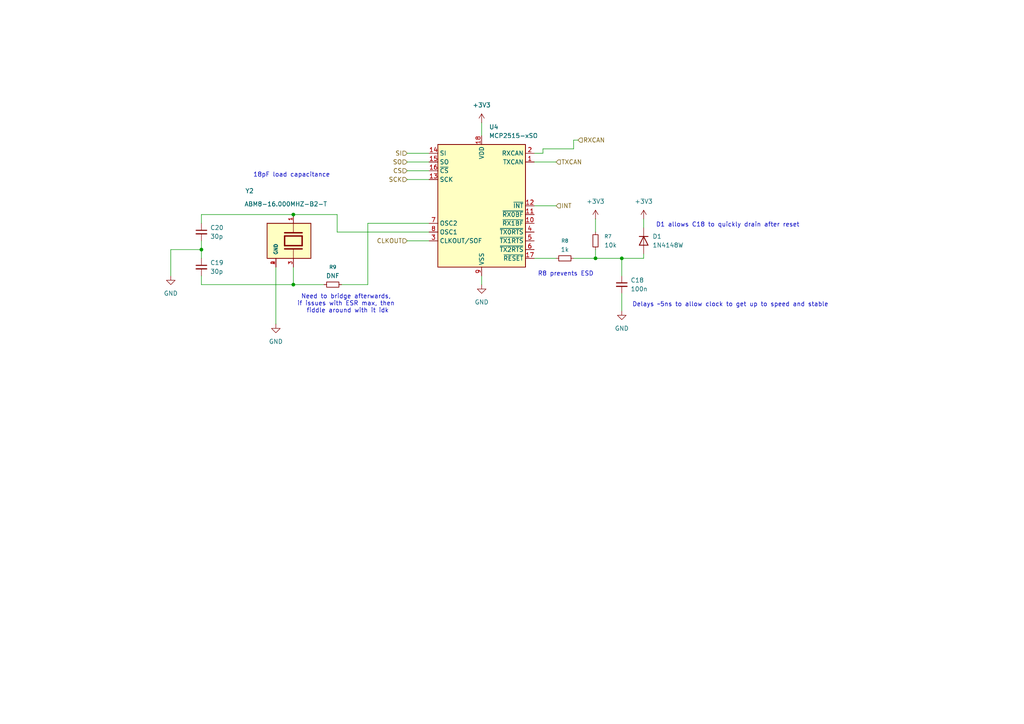
<source format=kicad_sch>
(kicad_sch (version 20250114) (generator "eeschema") (generator_version "9.0")
  (paper "A4")
  (lib_symbols
    (symbol "ABM8-16.000MHZ-B2-T:ABM8-16.000MHZ-B2-T" (pin_names (offset 1.016))
      (property "Reference" "Y" (at -5.0878 6.3559 0))
      (property "Value" "ABM8-16.000MHZ-B2-T" (at -5.0944 -10.16 0))
      (symbol "ABM8-16.000MHZ-B2-T_0_0"
        (polyline (pts (xy -5.08 0) (xy -2.54 0)) (stroke (width 0.1524)))
        (rectangle (start -5.08 -7.62) (end 5.08 5.08) (stroke (width 0.254)) (fill (type background)))
        (polyline (pts (xy -2.3368 2.54) (xy -2.3368 -2.54)) (stroke (width 0.4064)))
        (polyline (pts (xy -1.397 2.54) (xy -1.397 -2.54)) (stroke (width 0.4064)))
        (polyline (pts (xy -1.397 2.54) (xy 1.397 2.54)) (stroke (width 0.4064)))
        (polyline (pts (xy 1.397 2.54) (xy 1.397 -2.54)) (stroke (width 0.4064)))
        (polyline (pts (xy 1.397 -2.54) (xy -1.397 -2.54)) (stroke (width 0.4064)))
        (polyline (pts (xy 2.3368 2.54) (xy 2.3368 -2.54)) (stroke (width 0.4064)))
        (polyline (pts (xy 2.54 0) (xy 5.08 0)) (stroke (width 0.1524)))
        (pin passive line (at -7.62 0 0) (length 2.54) (name "~") (number "1"))
        (pin passive line (at 7.62 0 180) (length 2.54) (name "~") (number "3"))
        (pin power_in line (at 7.62 -5.08 180) (length 2.54) (name "GND") (number "2"))
        (pin power_in line (at 7.62 -5.08 180) (length 2.54) (name "GND") (number "4"))
      )
    )
    (symbol "Device:C_Small" (pin_numbers (hide yes)) (pin_names (offset 0.254) (hide yes))
      (property "Reference" "C" (at 0.254 1.778 0))
      (property "Value" "C_Small" (at 0.254 -2.032 0))
      (symbol "C_Small_0_1"
        (polyline (pts (xy -1.524 0.508) (xy 1.524 0.508)) (stroke (width 0.3048)))
        (polyline (pts (xy -1.524 -0.508) (xy 1.524 -0.508)) (stroke (width 0.3302)))
      )
      (symbol "C_Small_1_1"
        (pin passive line (at 0 2.54 270) (length 2.032) (name "~") (number "1"))
        (pin passive line (at 0 -2.54 90) (length 2.032) (name "~") (number "2"))
      )
    )
    (symbol "Device:R_Small" (pin_numbers (hide yes)) (pin_names (offset 0.254) (hide yes))
      (property "Reference" "R" (at 0 0 90))
      (property "Value" "R_Small" (at 1.778 0 90))
      (symbol "R_Small_0_1"
        (rectangle (start -0.762 1.778) (end 0.762 -1.778) (stroke (width 0.2032)))
      )
      (symbol "R_Small_1_1"
        (pin passive line (at 0 2.54 270) (length 0.762) (name "~") (number "1"))
        (pin passive line (at 0 -2.54 90) (length 0.762) (name "~") (number "2"))
      )
    )
    (symbol "Diode:1N4148W" (pin_numbers (hide yes)) (pin_names (hide yes))
      (property "Reference" "D" (at 0 2.54 0))
      (property "Value" "1N4148W" (at 0 -2.54 0))
      (symbol "1N4148W_0_1"
        (polyline (pts (xy -1.27 1.27) (xy -1.27 -1.27)) (stroke (width 0.254)))
        (polyline (pts (xy 1.27 1.27) (xy 1.27 -1.27) (xy -1.27 0) (xy 1.27 1.27)) (stroke (width 0.254)))
        (polyline (pts (xy 1.27 0) (xy -1.27 0)))
      )
      (symbol "1N4148W_1_1"
        (pin passive line (at -3.81 0 0) (length 2.54) (name "K") (number "1"))
        (pin passive line (at 3.81 0 180) (length 2.54) (name "A") (number "2"))
      )
    )
    (symbol "Interface_CAN_LIN:MCP2515-xSO"
      (property "Reference" "U" (at -10.16 19.685 0))
      (property "Value" "MCP2515-xSO" (at 19.05 20.32 0))
      (symbol "MCP2515-xSO_0_1"
        (rectangle (start -12.7 17.78) (end 12.7 -17.78) (stroke (width 0.254)) (fill (type background)))
      )
      (symbol "MCP2515-xSO_1_1"
        (pin input line (at -15.24 15.24 0) (length 2.54) (name "SI") (number "14"))
        (pin output line (at -15.24 12.7 0) (length 2.54) (name "SO") (number "15"))
        (pin input line (at -15.24 10.16 0) (length 2.54) (name "~{CS}") (number "16"))
        (pin input line (at -15.24 7.62 0) (length 2.54) (name "SCK") (number "13"))
        (pin output line (at -15.24 -5.08 0) (length 2.54) (name "OSC2") (number "7"))
        (pin input line (at -15.24 -7.62 0) (length 2.54) (name "OSC1") (number "8"))
        (pin output line (at -15.24 -10.16 0) (length 2.54) (name "CLKOUT/SOF") (number "3"))
        (pin power_in line (at 0 20.32 270) (length 2.54) (name "VDD") (number "18"))
        (pin power_in line (at 0 -20.32 90) (length 2.54) (name "VSS") (number "9"))
        (pin input line (at 15.24 15.24 180) (length 2.54) (name "RXCAN") (number "2"))
        (pin output line (at 15.24 12.7 180) (length 2.54) (name "TXCAN") (number "1"))
        (pin output line (at 15.24 0 180) (length 2.54) (name "~{INT}") (number "12"))
        (pin output line (at 15.24 -2.54 180) (length 2.54) (name "~{RX0BF}") (number "11"))
        (pin output line (at 15.24 -5.08 180) (length 2.54) (name "~{RX1BF}") (number "10"))
        (pin input line (at 15.24 -7.62 180) (length 2.54) (name "~{TX0RTS}") (number "4"))
        (pin input line (at 15.24 -10.16 180) (length 2.54) (name "~{TX1RTS}") (number "5"))
        (pin input line (at 15.24 -12.7 180) (length 2.54) (name "~{TX2RTS}") (number "6"))
        (pin input line (at 15.24 -15.24 180) (length 2.54) (name "~{RESET}") (number "17"))
      )
    )
    (symbol "power:+3V3" (power) (pin_numbers (hide yes)) (pin_names (offset 0) (hide yes))
      (property "Value" "+3V3" (at 0 3.556 0))
      (symbol "+3V3_0_1"
        (polyline (pts (xy -0.762 1.27) (xy 0 2.54)))
        (polyline (pts (xy 0 2.54) (xy 0.762 1.27)))
        (polyline (pts (xy 0 0) (xy 0 2.54)))
      )
      (symbol "+3V3_1_1"
        (pin power_in line (at 0 0 90) (length 0) (name "~") (number "1"))
      )
    )
    (symbol "power:GND" (power) (pin_numbers (hide yes)) (pin_names (offset 0) (hide yes))
      (property "Value" "GND" (at 0 -3.81 0))
      (symbol "GND_0_1"
        (polyline (pts (xy 0 0) (xy 0 -1.27) (xy 1.27 -1.27) (xy 0 -2.54) (xy -1.27 -1.27) (xy 0 -1.27)))
      )
      (symbol "GND_1_1"
        (pin power_in line (at 0 0 270) (length 0) (name "~") (number "1"))
      )
    )
  )
  (text "D1 allows C18 to quickly drain after reset\n" (at 211.074 65.278 0) (effects (font (size 1.27 1.27))))
  (text "R8 prevents ESD" (at 164.084 79.502 0) (effects (font (size 1.27 1.27))))
  (text "Delays ~5ns to allow clock to get up to speed and stable" (at 211.836 88.392 0) (effects (font (size 1.27 1.27))))
  (text "18pF load capacitance" (at 84.582 50.8 0) (effects (font (size 1.27 1.27))))
  (text "Need to bridge afterwards, \nif issues with ESR max, then \nfiddle around with it idk" (at 100.838 88.138 0) (effects (font (size 1.27 1.27))))
  (junction (at 172.72 74.93))
  (junction (at 180.34 74.93))
  (junction (at 85.09 82.55))
  (junction (at 58.42 72.39))
  (junction (at 85.09 62.23))
  (wire (pts (xy 157.48 43.18) (xy 157.48 44.45)))
  (wire (pts (xy 85.09 77.47) (xy 85.09 82.55)))
  (wire (pts (xy 85.09 62.23) (xy 58.42 62.23)))
  (wire (pts (xy 139.7 35.56) (xy 139.7 39.37)))
  (wire (pts (xy 180.34 85.09) (xy 180.34 90.17)))
  (wire (pts (xy 97.79 67.31) (xy 97.79 62.23)))
  (wire (pts (xy 118.11 49.53) (xy 124.46 49.53)))
  (wire (pts (xy 58.42 62.23) (xy 58.42 64.77)))
  (wire (pts (xy 180.34 74.93) (xy 172.72 74.93)))
  (wire (pts (xy 85.09 82.55) (xy 58.42 82.55)))
  (wire (pts (xy 186.69 63.5) (xy 186.69 66.04)))
  (wire (pts (xy 166.37 40.64) (xy 167.64 40.64)))
  (wire (pts (xy 180.34 74.93) (xy 180.34 80.01)))
  (wire (pts (xy 118.11 69.85) (xy 124.46 69.85)))
  (wire (pts (xy 58.42 69.85) (xy 58.42 72.39)))
  (wire (pts (xy 154.94 59.69) (xy 161.29 59.69)))
  (wire (pts (xy 106.68 64.77) (xy 106.68 82.55)))
  (wire (pts (xy 172.72 63.5) (xy 172.72 67.31)))
  (wire (pts (xy 99.06 82.55) (xy 106.68 82.55)))
  (wire (pts (xy 49.53 80.01) (xy 49.53 72.39)))
  (wire (pts (xy 157.48 44.45) (xy 154.94 44.45)))
  (wire (pts (xy 186.69 74.93) (xy 180.34 74.93)))
  (wire (pts (xy 154.94 74.93) (xy 161.29 74.93)))
  (wire (pts (xy 124.46 67.31) (xy 97.79 67.31)))
  (wire (pts (xy 186.69 73.66) (xy 186.69 74.93)))
  (wire (pts (xy 97.79 62.23) (xy 85.09 62.23)))
  (wire (pts (xy 80.01 77.47) (xy 80.01 93.98)))
  (wire (pts (xy 118.11 46.99) (xy 124.46 46.99)))
  (wire (pts (xy 118.11 44.45) (xy 124.46 44.45)))
  (wire (pts (xy 118.11 52.07) (xy 124.46 52.07)))
  (wire (pts (xy 58.42 82.55) (xy 58.42 80.01)))
  (wire (pts (xy 154.94 46.99) (xy 161.29 46.99)))
  (wire (pts (xy 49.53 72.39) (xy 58.42 72.39)))
  (wire (pts (xy 85.09 82.55) (xy 93.98 82.55)))
  (wire (pts (xy 166.37 74.93) (xy 172.72 74.93)))
  (wire (pts (xy 124.46 64.77) (xy 106.68 64.77)))
  (wire (pts (xy 166.37 43.18) (xy 157.48 43.18)))
  (wire (pts (xy 58.42 72.39) (xy 58.42 74.93)))
  (wire (pts (xy 172.72 74.93) (xy 172.72 72.39)))
  (wire (pts (xy 166.37 40.64) (xy 166.37 43.18)))
  (wire (pts (xy 139.7 80.01) (xy 139.7 82.55)))
  (hierarchical_label "SO" (shape input) (at 118.11 46.99 180))
  (hierarchical_label "SI" (shape input) (at 118.11 44.45 180))
  (hierarchical_label "SCK" (shape input) (at 118.11 52.07 180))
  (hierarchical_label "CLKOUT" (shape input) (at 118.11 69.85 180))
  (hierarchical_label "CS" (shape input) (at 118.11 49.53 180))
  (hierarchical_label "TXCAN" (shape input) (at 161.29 46.99 0))
  (hierarchical_label "INT" (shape input) (at 161.29 59.69 0))
  (hierarchical_label "RXCAN" (shape input) (at 167.64 40.64 0))
  (symbol (lib_id "power:GND") (at 180.34 90.17 0) (unit 1)
    (property "Reference" "#PWR032" (effects (hide yes)))
    (property "Value" "GND" (at 180.34 95.25 0))
    (property "Description" "Power symbol creates a global label with name \"GND\" , ground" (effects (hide yes)))
  )
  (symbol (lib_id "power:GND") (at 49.53 80.01 0) (unit 1)
    (property "Reference" "#PWR034" (effects (hide yes)))
    (property "Value" "GND" (at 49.53 85.09 0))
    (property "Description" "Power symbol creates a global label with name \"GND\" , ground" (effects (hide yes)))
  )
  (symbol (lib_id "power:GND") (at 80.01 93.98 0) (unit 1)
    (property "Reference" "#PWR033" (effects (hide yes)))
    (property "Value" "GND" (at 80.01 99.06 0))
    (property "Description" "Power symbol creates a global label with name \"GND\" , ground" (effects (hide yes)))
  )
  (symbol (lib_id "power:+3V3") (at 186.69 63.5 0) (unit 1)
    (property "Reference" "#PWR031" (effects (hide yes)))
    (property "Value" "+3V3" (at 186.69 58.42 0))
    (property "Description" "Power symbol creates a global label with name \"+3V3\"" (effects (hide yes)))
  )
  (symbol (lib_id "Device:R_Small") (at 172.72 69.85 0) (unit 1)
    (property "Reference" "R7" (at 175.26 68.5799 0) (effects (font (size 1.016 1.016)) (justify left)))
    (property "Value" "10k" (at 175.26 71.1199 0) (effects (justify left)))
    (property "Description" "Resistor, small symbol" (effects (hide yes)))
  )
  (symbol (lib_id "Diode:1N4148W") (at 186.69 69.85 270) (unit 1)
    (property "Reference" "D1" (at 189.23 68.5799 90) (effects (justify left)))
    (property "Value" "1N4148W" (at 189.23 71.1199 90) (effects (justify left)))
    (property "Footprint" "Diode_SMD:D_SOD-123" (effects (hide yes)))
    (property "Datasheet" "https://www.vishay.com/docs/85748/1n4148w.pdf" (effects (hide yes)))
    (property "Description" "75V 0.15A Fast Switching Diode, SOD-123" (effects (hide yes)))
    (property "Sim.Device" "D" (effects (hide yes)))
    (property "Sim.Pins" "1=K 2=A" (effects (hide yes)))
  )
  (symbol (lib_id "Device:C_Small") (at 180.34 82.55 0) (unit 1)
    (property "Reference" "C18" (at 182.88 81.2862 0) (effects (justify left)))
    (property "Value" "100n" (at 182.88 83.8262 0) (effects (justify left)))
    (property "Description" "Unpolarized capacitor, small symbol" (effects (hide yes)))
  )
  (symbol (lib_id "power:GND") (at 139.7 82.55 0) (unit 1)
    (property "Reference" "#PWR029" (effects (hide yes)))
    (property "Value" "GND" (at 139.7 87.63 0))
    (property "Description" "Power symbol creates a global label with name \"GND\" , ground" (effects (hide yes)))
  )
  (symbol (lib_id "Device:R_Small") (at 96.52 82.55 90) (unit 1)
    (property "Reference" "R9" (at 96.52 77.47 90) (effects (font (size 1.016 1.016))))
    (property "Value" "DNF" (at 96.52 80.01 90))
    (property "Description" "Resistor, small symbol" (effects (hide yes)))
  )
  (symbol (lib_id "ABM8-16.000MHZ-B2-T:ABM8-16.000MHZ-B2-T") (at 85.09 69.85 270) (unit 1)
    (property "Reference" "Y2" (at 71.12 55.372 90) (effects (justify left)))
    (property "Value" "ABM8-16.000MHZ-B2-T" (at 70.866 59.182 90) (effects (justify left)))
    (property "Footprint" "ABM8-16.000MHZ-B2-T:XTAL_ABM8-16.000MHZ-B2-T" (effects (hide yes)))
    (property "MF" "Abracon LLC" (effects (hide yes)))
    (property "MAXIMUM_PACKAGE_HEIGHT" "0.8 mm" (effects (hide yes)))
    (property "Package" "NON-STANDARD-4 ABRACON" (effects (hide yes)))
    (property "Price" "None" (effects (hide yes)))
    (property "Check_prices" "https://www.snapeda.com/parts/ABM8-16.000MHZ-B2-T/Abracon/view-part/?ref=eda" (effects (hide yes)))
    (property "STANDARD" "Manufacturer Recommendations" (effects (hide yes)))
    (property "PARTREV" "44041" (effects (hide yes)))
    (property "SnapEDA_Link" "https://www.snapeda.com/parts/ABM8-16.000MHZ-B2-T/Abracon/view-part/?ref=snap" (effects (hide yes)))
    (property "MP" "ABM8-16.000MHZ-B2-T" (effects (hide yes)))
    (property "Description_1" "Crystal 16MHz ±20ppm (Tol) ±50ppm (Stability) 18pF FUND 70Ohm 4-Pin Ultra Mini-CSMD T/R" (effects (hide yes)))
    (property "Availability" "In Stock" (effects (hide yes)))
    (property "MANUFACTURER" "Abracon" (effects (hide yes)))
  )
  (symbol (lib_id "Device:R_Small") (at 163.83 74.93 90) (unit 1)
    (property "Reference" "R8" (at 163.83 69.85 90) (effects (font (size 1.016 1.016))))
    (property "Value" "1k" (at 163.83 72.39 90))
    (property "Description" "Resistor, small symbol" (effects (hide yes)))
  )
  (symbol (lib_id "power:+3V3") (at 139.7 35.56 0) (unit 1)
    (property "Reference" "#PWR028" (effects (hide yes)))
    (property "Value" "+3V3" (at 139.7 30.48 0))
    (property "Description" "Power symbol creates a global label with name \"+3V3\"" (effects (hide yes)))
  )
  (symbol (lib_id "Device:C_Small") (at 58.42 67.31 0) (unit 1)
    (property "Reference" "C20" (at 60.96 66.0462 0) (effects (justify left)))
    (property "Value" "30p" (at 60.96 68.5862 0) (effects (justify left)))
    (property "Description" "Unpolarized capacitor, small symbol" (effects (hide yes)))
  )
  (symbol (lib_id "Device:C_Small") (at 58.42 77.47 0) (unit 1)
    (property "Reference" "C19" (at 60.96 76.2062 0) (effects (justify left)))
    (property "Value" "30p" (at 60.96 78.7462 0) (effects (justify left)))
    (property "Description" "Unpolarized capacitor, small symbol" (effects (hide yes)))
  )
  (symbol (lib_id "power:+3V3") (at 172.72 63.5 0) (unit 1)
    (property "Reference" "#PWR030" (effects (hide yes)))
    (property "Value" "+3V3" (at 172.72 58.42 0))
    (property "Description" "Power symbol creates a global label with name \"+3V3\"" (effects (hide yes)))
  )
  (symbol (lib_id "Interface_CAN_LIN:MCP2515-xSO") (at 139.7 59.69 0) (unit 1)
    (property "Reference" "U4" (at 141.8433 36.83 0) (effects (justify left)))
    (property "Value" "MCP2515-xSO" (at 141.8433 39.37 0) (effects (justify left)))
    (property "Footprint" "Package_SO:SOIC-18W_7.5x11.6mm_P1.27mm" (effects (hide yes)))
    (property "Datasheet" "http://ww1.microchip.com/downloads/en/DeviceDoc/21801e.pdf" (effects (hide yes)))
    (property "Description" "Stand-Alone CAN Controller with SPI Interface, SOIC-18" (effects (hide yes)))
  )
)
</source>
